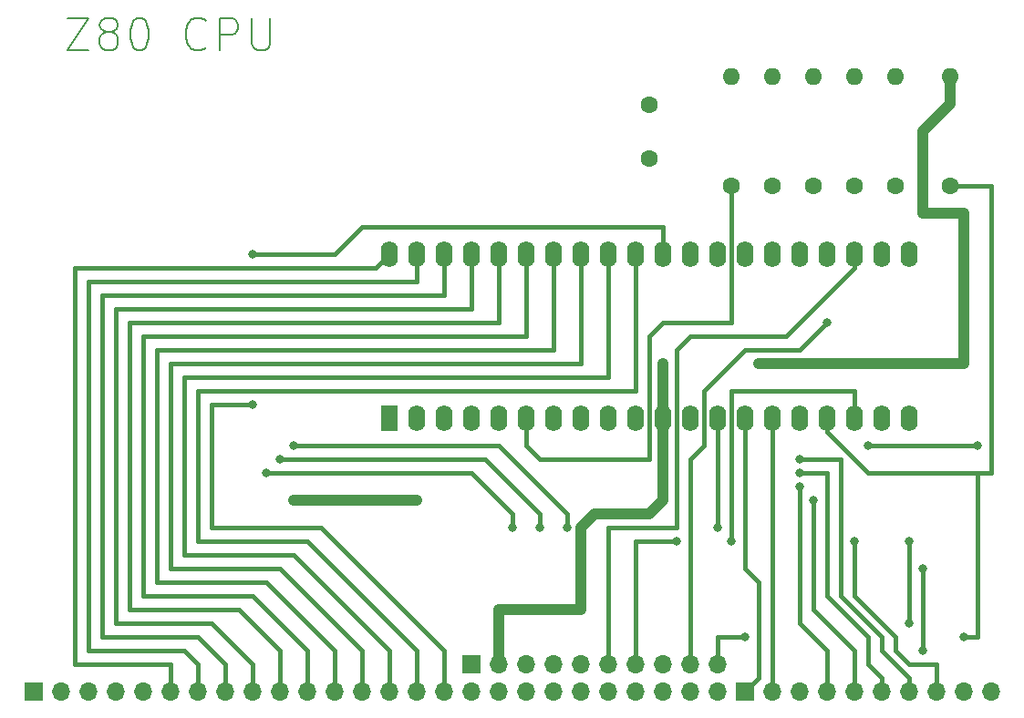
<source format=gbr>
%TF.GenerationSoftware,KiCad,Pcbnew,6.0.11+dfsg-1*%
%TF.CreationDate,2025-12-28T18:33:27+01:00*%
%TF.ProjectId,cpuz80,6370757a-3830-42e6-9b69-6361645f7063,rev?*%
%TF.SameCoordinates,Original*%
%TF.FileFunction,Copper,L1,Top*%
%TF.FilePolarity,Positive*%
%FSLAX46Y46*%
G04 Gerber Fmt 4.6, Leading zero omitted, Abs format (unit mm)*
G04 Created by KiCad (PCBNEW 6.0.11+dfsg-1) date 2025-12-28 18:33:27*
%MOMM*%
%LPD*%
G01*
G04 APERTURE LIST*
%ADD10C,0.200000*%
%TA.AperFunction,NonConductor*%
%ADD11C,0.200000*%
%TD*%
%TA.AperFunction,ComponentPad*%
%ADD12R,1.700000X1.700000*%
%TD*%
%TA.AperFunction,ComponentPad*%
%ADD13O,1.700000X1.700000*%
%TD*%
%TA.AperFunction,ComponentPad*%
%ADD14R,1.600000X2.400000*%
%TD*%
%TA.AperFunction,ComponentPad*%
%ADD15O,1.600000X2.400000*%
%TD*%
%TA.AperFunction,ComponentPad*%
%ADD16C,1.600000*%
%TD*%
%TA.AperFunction,ComponentPad*%
%ADD17O,1.600000X1.600000*%
%TD*%
%TA.AperFunction,ViaPad*%
%ADD18C,0.800000*%
%TD*%
%TA.AperFunction,ViaPad*%
%ADD19C,1.000000*%
%TD*%
%TA.AperFunction,Conductor*%
%ADD20C,0.400000*%
%TD*%
%TA.AperFunction,Conductor*%
%ADD21C,1.000000*%
%TD*%
G04 APERTURE END LIST*
D10*
D11*
X142828571Y-61857142D02*
X144828571Y-61857142D01*
X142828571Y-64857142D01*
X144828571Y-64857142D01*
X146400000Y-63142857D02*
X146114285Y-63000000D01*
X145971428Y-62857142D01*
X145828571Y-62571428D01*
X145828571Y-62428571D01*
X145971428Y-62142857D01*
X146114285Y-62000000D01*
X146400000Y-61857142D01*
X146971428Y-61857142D01*
X147257142Y-62000000D01*
X147400000Y-62142857D01*
X147542857Y-62428571D01*
X147542857Y-62571428D01*
X147400000Y-62857142D01*
X147257142Y-63000000D01*
X146971428Y-63142857D01*
X146400000Y-63142857D01*
X146114285Y-63285714D01*
X145971428Y-63428571D01*
X145828571Y-63714285D01*
X145828571Y-64285714D01*
X145971428Y-64571428D01*
X146114285Y-64714285D01*
X146400000Y-64857142D01*
X146971428Y-64857142D01*
X147257142Y-64714285D01*
X147400000Y-64571428D01*
X147542857Y-64285714D01*
X147542857Y-63714285D01*
X147400000Y-63428571D01*
X147257142Y-63285714D01*
X146971428Y-63142857D01*
X149400000Y-61857142D02*
X149685714Y-61857142D01*
X149971428Y-62000000D01*
X150114285Y-62142857D01*
X150257142Y-62428571D01*
X150400000Y-63000000D01*
X150400000Y-63714285D01*
X150257142Y-64285714D01*
X150114285Y-64571428D01*
X149971428Y-64714285D01*
X149685714Y-64857142D01*
X149400000Y-64857142D01*
X149114285Y-64714285D01*
X148971428Y-64571428D01*
X148828571Y-64285714D01*
X148685714Y-63714285D01*
X148685714Y-63000000D01*
X148828571Y-62428571D01*
X148971428Y-62142857D01*
X149114285Y-62000000D01*
X149400000Y-61857142D01*
X155685714Y-64571428D02*
X155542857Y-64714285D01*
X155114285Y-64857142D01*
X154828571Y-64857142D01*
X154400000Y-64714285D01*
X154114285Y-64428571D01*
X153971428Y-64142857D01*
X153828571Y-63571428D01*
X153828571Y-63142857D01*
X153971428Y-62571428D01*
X154114285Y-62285714D01*
X154400000Y-62000000D01*
X154828571Y-61857142D01*
X155114285Y-61857142D01*
X155542857Y-62000000D01*
X155685714Y-62142857D01*
X156971428Y-64857142D02*
X156971428Y-61857142D01*
X158114285Y-61857142D01*
X158400000Y-62000000D01*
X158542857Y-62142857D01*
X158685714Y-62428571D01*
X158685714Y-62857142D01*
X158542857Y-63142857D01*
X158400000Y-63285714D01*
X158114285Y-63428571D01*
X156971428Y-63428571D01*
X159971428Y-61857142D02*
X159971428Y-64285714D01*
X160114285Y-64571428D01*
X160257142Y-64714285D01*
X160542857Y-64857142D01*
X161114285Y-64857142D01*
X161400000Y-64714285D01*
X161542857Y-64571428D01*
X161685714Y-64285714D01*
X161685714Y-61857142D01*
D12*
%TO.P,REF\u002A\u002A,1*%
%TO.N,N/C*%
X180340000Y-121920000D03*
D13*
%TO.P,REF\u002A\u002A,2*%
X180340000Y-124460000D03*
%TO.P,REF\u002A\u002A,3*%
X182880000Y-121920000D03*
%TO.P,REF\u002A\u002A,4*%
X182880000Y-124460000D03*
%TO.P,REF\u002A\u002A,5*%
X185420000Y-121920000D03*
%TO.P,REF\u002A\u002A,6*%
X185420000Y-124460000D03*
%TO.P,REF\u002A\u002A,7*%
X187960000Y-121920000D03*
%TO.P,REF\u002A\u002A,8*%
X187960000Y-124460000D03*
%TO.P,REF\u002A\u002A,9*%
X190500000Y-121920000D03*
%TO.P,REF\u002A\u002A,10*%
X190500000Y-124460000D03*
%TO.P,REF\u002A\u002A,11*%
X193040000Y-121920000D03*
%TO.P,REF\u002A\u002A,12*%
X193040000Y-124460000D03*
%TO.P,REF\u002A\u002A,13*%
X195580000Y-121920000D03*
%TO.P,REF\u002A\u002A,14*%
X195580000Y-124460000D03*
%TO.P,REF\u002A\u002A,15*%
X198120000Y-121920000D03*
%TO.P,REF\u002A\u002A,16*%
X198120000Y-124460000D03*
%TO.P,REF\u002A\u002A,17*%
X200660000Y-121920000D03*
%TO.P,REF\u002A\u002A,18*%
X200660000Y-124460000D03*
%TO.P,REF\u002A\u002A,19*%
X203200000Y-121920000D03*
%TO.P,REF\u002A\u002A,20*%
X203200000Y-124460000D03*
%TD*%
D12*
%TO.P,REF\u002A\u002A,1*%
%TO.N,N/C*%
X205740000Y-124460000D03*
D13*
%TO.P,REF\u002A\u002A,2*%
X208280000Y-124460000D03*
%TO.P,REF\u002A\u002A,3*%
X210820000Y-124460000D03*
%TO.P,REF\u002A\u002A,4*%
X213360000Y-124460000D03*
%TO.P,REF\u002A\u002A,5*%
X215900000Y-124460000D03*
%TO.P,REF\u002A\u002A,6*%
X218440000Y-124460000D03*
%TO.P,REF\u002A\u002A,7*%
X220980000Y-124460000D03*
%TO.P,REF\u002A\u002A,8*%
X223520000Y-124460000D03*
%TO.P,REF\u002A\u002A,9*%
X226060000Y-124460000D03*
%TO.P,REF\u002A\u002A,10*%
X228600000Y-124460000D03*
%TD*%
D14*
%TO.P,REF\u002A\u002A,1*%
%TO.N,N/C*%
X172720000Y-99060000D03*
D15*
%TO.P,REF\u002A\u002A,2*%
X175260000Y-99060000D03*
%TO.P,REF\u002A\u002A,3*%
X177800000Y-99060000D03*
%TO.P,REF\u002A\u002A,4*%
X180340000Y-99060000D03*
%TO.P,REF\u002A\u002A,5*%
X182880000Y-99060000D03*
%TO.P,REF\u002A\u002A,6*%
X185420000Y-99060000D03*
%TO.P,REF\u002A\u002A,7*%
X187960000Y-99060000D03*
%TO.P,REF\u002A\u002A,8*%
X190500000Y-99060000D03*
%TO.P,REF\u002A\u002A,9*%
X193040000Y-99060000D03*
%TO.P,REF\u002A\u002A,10*%
X195580000Y-99060000D03*
%TO.P,REF\u002A\u002A,11*%
X198120000Y-99060000D03*
%TO.P,REF\u002A\u002A,12*%
X200660000Y-99060000D03*
%TO.P,REF\u002A\u002A,13*%
X203200000Y-99060000D03*
%TO.P,REF\u002A\u002A,14*%
X205740000Y-99060000D03*
%TO.P,REF\u002A\u002A,15*%
X208280000Y-99060000D03*
%TO.P,REF\u002A\u002A,16*%
X210820000Y-99060000D03*
%TO.P,REF\u002A\u002A,17*%
X213360000Y-99060000D03*
%TO.P,REF\u002A\u002A,18*%
X215900000Y-99060000D03*
%TO.P,REF\u002A\u002A,19*%
X218440000Y-99060000D03*
%TO.P,REF\u002A\u002A,20*%
X220980000Y-99060000D03*
%TO.P,REF\u002A\u002A,21*%
X220980000Y-83820000D03*
%TO.P,REF\u002A\u002A,22*%
X218440000Y-83820000D03*
%TO.P,REF\u002A\u002A,23*%
X215900000Y-83820000D03*
%TO.P,REF\u002A\u002A,24*%
X213360000Y-83820000D03*
%TO.P,REF\u002A\u002A,25*%
X210820000Y-83820000D03*
%TO.P,REF\u002A\u002A,26*%
X208280000Y-83820000D03*
%TO.P,REF\u002A\u002A,27*%
X205740000Y-83820000D03*
%TO.P,REF\u002A\u002A,28*%
X203200000Y-83820000D03*
%TO.P,REF\u002A\u002A,29*%
X200660000Y-83820000D03*
%TO.P,REF\u002A\u002A,30*%
X198120000Y-83820000D03*
%TO.P,REF\u002A\u002A,31*%
X195580000Y-83820000D03*
%TO.P,REF\u002A\u002A,32*%
X193040000Y-83820000D03*
%TO.P,REF\u002A\u002A,33*%
X190500000Y-83820000D03*
%TO.P,REF\u002A\u002A,34*%
X187960000Y-83820000D03*
%TO.P,REF\u002A\u002A,35*%
X185420000Y-83820000D03*
%TO.P,REF\u002A\u002A,36*%
X182880000Y-83820000D03*
%TO.P,REF\u002A\u002A,37*%
X180340000Y-83820000D03*
%TO.P,REF\u002A\u002A,38*%
X177800000Y-83820000D03*
%TO.P,REF\u002A\u002A,39*%
X175260000Y-83820000D03*
%TO.P,REF\u002A\u002A,40*%
X172720000Y-83820000D03*
%TD*%
D16*
%TO.P,100nF,1*%
%TO.N,N/C*%
X196850000Y-74930000D03*
%TO.P,100nF,2*%
X196850000Y-69930000D03*
%TD*%
%TO.P,10k,1*%
%TO.N,N/C*%
X208280000Y-77470000D03*
D17*
%TO.P,10k,2*%
X208280000Y-67310000D03*
%TD*%
D12*
%TO.P,REF\u002A\u002A,1*%
%TO.N,N/C*%
X139700000Y-124460000D03*
D13*
%TO.P,REF\u002A\u002A,2*%
X142240000Y-124460000D03*
%TO.P,REF\u002A\u002A,3*%
X144780000Y-124460000D03*
%TO.P,REF\u002A\u002A,4*%
X147320000Y-124460000D03*
%TO.P,REF\u002A\u002A,5*%
X149860000Y-124460000D03*
%TO.P,REF\u002A\u002A,6*%
X152400000Y-124460000D03*
%TO.P,REF\u002A\u002A,7*%
X154940000Y-124460000D03*
%TO.P,REF\u002A\u002A,8*%
X157480000Y-124460000D03*
%TO.P,REF\u002A\u002A,9*%
X160020000Y-124460000D03*
%TO.P,REF\u002A\u002A,10*%
X162560000Y-124460000D03*
%TO.P,REF\u002A\u002A,11*%
X165100000Y-124460000D03*
%TO.P,REF\u002A\u002A,12*%
X167640000Y-124460000D03*
%TO.P,REF\u002A\u002A,13*%
X170180000Y-124460000D03*
%TO.P,REF\u002A\u002A,14*%
X172720000Y-124460000D03*
%TO.P,REF\u002A\u002A,15*%
X175260000Y-124460000D03*
%TO.P,REF\u002A\u002A,16*%
X177800000Y-124460000D03*
%TD*%
D16*
%TO.P,10k,1*%
%TO.N,N/C*%
X215900000Y-77470000D03*
D17*
%TO.P,10k,2*%
X215900000Y-67310000D03*
%TD*%
D16*
%TO.P,10k,1*%
%TO.N,N/C*%
X219710000Y-77470000D03*
D17*
%TO.P,10k,2*%
X219710000Y-67310000D03*
%TD*%
D16*
%TO.P,10k,1*%
%TO.N,N/C*%
X204470000Y-77470000D03*
D17*
%TO.P,10k,2*%
X204470000Y-67310000D03*
%TD*%
D16*
%TO.P,10k,1*%
%TO.N,N/C*%
X212090000Y-77470000D03*
D17*
%TO.P,10k,2*%
X212090000Y-67310000D03*
%TD*%
D16*
%TO.P,10k,1*%
%TO.N,N/C*%
X224790000Y-77470000D03*
D17*
%TO.P,10k,2*%
X224790000Y-67310000D03*
%TD*%
D18*
%TO.N,*%
X186690000Y-109220000D03*
X203200000Y-109220000D03*
X222250000Y-120650000D03*
X160020000Y-83820000D03*
X199390000Y-110490000D03*
X205740000Y-119380000D03*
X160020000Y-97790000D03*
D19*
X207010000Y-93980000D03*
D18*
X210820000Y-105410000D03*
X226060000Y-119380000D03*
X222250000Y-113030000D03*
X204470000Y-110490000D03*
X220980000Y-118110000D03*
X213360000Y-90170000D03*
X163830000Y-101600000D03*
X212090000Y-106680000D03*
X220980000Y-110490000D03*
X210820000Y-102870000D03*
D19*
X198120000Y-93980000D03*
D18*
X217170000Y-101600000D03*
D19*
X175260000Y-106680000D03*
D18*
X189230000Y-109220000D03*
X184150000Y-109220000D03*
X215900000Y-110490000D03*
X210820000Y-104140000D03*
X161290000Y-104140000D03*
D19*
X163830000Y-106680000D03*
D18*
X162560000Y-102870000D03*
X227330000Y-101600000D03*
%TD*%
D20*
%TO.N,*%
X210820000Y-118110000D02*
X213360000Y-120650000D01*
D21*
X190500000Y-109220000D02*
X190500000Y-116840000D01*
D20*
X154940000Y-119380000D02*
X146050000Y-119380000D01*
X220980000Y-118110000D02*
X220980000Y-110490000D01*
X207010000Y-114300000D02*
X205740000Y-113030000D01*
X175260000Y-120650000D02*
X175260000Y-124460000D01*
X187960000Y-83820000D02*
X187960000Y-92710000D01*
D21*
X198120000Y-106680000D02*
X196850000Y-107950000D01*
D20*
X166370000Y-109220000D02*
X156210000Y-109220000D01*
X171450000Y-85090000D02*
X143510000Y-85090000D01*
X153670000Y-111760000D02*
X163830000Y-111760000D01*
X170180000Y-81280000D02*
X198120000Y-81280000D01*
X193040000Y-83820000D02*
X193040000Y-95250000D01*
D21*
X207010000Y-93980000D02*
X226060000Y-93980000D01*
D20*
X180340000Y-83820000D02*
X180340000Y-88900000D01*
X170180000Y-120650000D02*
X170180000Y-124460000D01*
X227330000Y-119380000D02*
X227330000Y-104140000D01*
X187960000Y-92710000D02*
X151130000Y-92710000D01*
D21*
X222250000Y-72390000D02*
X224790000Y-69850000D01*
D20*
X218440000Y-119380000D02*
X214630000Y-115570000D01*
X218440000Y-123190000D02*
X217170000Y-121920000D01*
X207010000Y-123190000D02*
X207010000Y-114300000D01*
X161290000Y-114300000D02*
X167640000Y-120650000D01*
X185420000Y-83820000D02*
X185420000Y-91440000D01*
X186690000Y-102870000D02*
X196850000Y-102870000D01*
X203200000Y-109220000D02*
X203200000Y-99060000D01*
D21*
X191770000Y-107950000D02*
X190500000Y-109220000D01*
D20*
X180340000Y-104140000D02*
X161290000Y-104140000D01*
X195580000Y-110490000D02*
X199390000Y-110490000D01*
X186690000Y-107950000D02*
X186690000Y-109220000D01*
X162560000Y-102870000D02*
X181610000Y-102870000D01*
X147320000Y-118110000D02*
X156210000Y-118110000D01*
X177800000Y-120650000D02*
X166370000Y-109220000D01*
X167640000Y-83820000D02*
X170180000Y-81280000D01*
X226060000Y-119380000D02*
X227330000Y-119380000D01*
D21*
X226060000Y-93980000D02*
X226060000Y-80010000D01*
D20*
X175260000Y-83820000D02*
X175260000Y-86360000D01*
D21*
X198120000Y-99060000D02*
X198120000Y-106680000D01*
X226060000Y-80010000D02*
X222250000Y-80010000D01*
D20*
X156210000Y-118110000D02*
X160020000Y-121920000D01*
X149860000Y-115570000D02*
X160020000Y-115570000D01*
X152400000Y-113030000D02*
X162560000Y-113030000D01*
X217170000Y-104140000D02*
X213360000Y-100330000D01*
X154940000Y-121920000D02*
X154940000Y-124460000D01*
X157480000Y-121920000D02*
X154940000Y-119380000D01*
X172720000Y-120650000D02*
X172720000Y-124460000D01*
X144780000Y-86360000D02*
X144780000Y-120650000D01*
X196850000Y-102870000D02*
X196850000Y-91440000D01*
X177800000Y-124460000D02*
X177800000Y-120650000D01*
X157480000Y-124460000D02*
X157480000Y-121920000D01*
X147320000Y-88900000D02*
X147320000Y-118110000D01*
X190500000Y-83820000D02*
X190500000Y-93980000D01*
X146050000Y-119380000D02*
X146050000Y-87630000D01*
X199390000Y-109220000D02*
X199390000Y-92710000D01*
X175260000Y-86360000D02*
X144780000Y-86360000D01*
X182880000Y-90170000D02*
X182880000Y-83820000D01*
X214630000Y-115570000D02*
X214630000Y-102870000D01*
X146050000Y-87630000D02*
X177800000Y-87630000D01*
X151130000Y-92710000D02*
X151130000Y-114300000D01*
X204470000Y-90170000D02*
X204470000Y-77470000D01*
X195580000Y-83820000D02*
X195580000Y-96520000D01*
X215900000Y-99060000D02*
X215900000Y-96520000D01*
X208280000Y-124460000D02*
X208280000Y-99060000D01*
X219710000Y-119380000D02*
X219710000Y-120650000D01*
X228600000Y-104140000D02*
X227330000Y-104140000D01*
X153670000Y-95250000D02*
X153670000Y-111760000D01*
X223520000Y-121920000D02*
X223520000Y-124460000D01*
X162560000Y-120650000D02*
X158750000Y-116840000D01*
X205740000Y-124460000D02*
X207010000Y-123190000D01*
D21*
X196850000Y-107950000D02*
X191770000Y-107950000D01*
D20*
X177800000Y-87630000D02*
X177800000Y-83820000D01*
X217170000Y-119380000D02*
X213360000Y-115570000D01*
X213360000Y-120650000D02*
X213360000Y-124460000D01*
D21*
X224790000Y-69850000D02*
X224790000Y-67310000D01*
D20*
X196850000Y-91440000D02*
X198120000Y-90170000D01*
X152400000Y-121920000D02*
X152400000Y-124460000D01*
X193040000Y-95250000D02*
X153670000Y-95250000D01*
X154940000Y-96520000D02*
X154940000Y-110490000D01*
X151130000Y-114300000D02*
X161290000Y-114300000D01*
X198120000Y-81280000D02*
X198120000Y-83820000D01*
X180340000Y-88900000D02*
X147320000Y-88900000D01*
X219710000Y-120650000D02*
X220980000Y-121920000D01*
X185420000Y-99060000D02*
X185420000Y-101600000D01*
X152400000Y-93980000D02*
X152400000Y-113030000D01*
X220980000Y-123190000D02*
X218440000Y-120650000D01*
X156210000Y-97790000D02*
X160020000Y-97790000D01*
X217170000Y-121920000D02*
X217170000Y-119380000D01*
X213360000Y-115570000D02*
X213360000Y-104140000D01*
X218440000Y-120650000D02*
X218440000Y-119380000D01*
X190500000Y-93980000D02*
X152400000Y-93980000D01*
X184150000Y-107950000D02*
X180340000Y-104140000D01*
X143510000Y-121920000D02*
X152400000Y-121920000D01*
X149860000Y-91440000D02*
X149860000Y-115570000D01*
X215900000Y-85090000D02*
X215900000Y-83820000D01*
X162560000Y-113030000D02*
X170180000Y-120650000D01*
X220980000Y-121920000D02*
X223520000Y-121920000D01*
X160020000Y-115570000D02*
X165100000Y-120650000D01*
X213360000Y-104140000D02*
X210820000Y-104140000D01*
X222250000Y-120650000D02*
X222250000Y-113030000D01*
X205740000Y-113030000D02*
X205740000Y-99060000D01*
D21*
X175260000Y-106680000D02*
X163830000Y-106680000D01*
D20*
X215900000Y-115570000D02*
X219710000Y-119380000D01*
X165100000Y-120650000D02*
X165100000Y-124460000D01*
X195580000Y-121920000D02*
X195580000Y-110490000D01*
X193040000Y-109220000D02*
X199390000Y-109220000D01*
X218440000Y-124460000D02*
X218440000Y-123190000D01*
D21*
X182880000Y-116840000D02*
X182880000Y-121920000D01*
D20*
X205740000Y-119380000D02*
X203200000Y-119380000D01*
X209550000Y-91440000D02*
X215900000Y-85090000D01*
X148590000Y-116840000D02*
X148590000Y-90170000D01*
X153670000Y-120650000D02*
X154940000Y-121920000D01*
X203200000Y-119380000D02*
X203200000Y-121920000D01*
X224790000Y-77470000D02*
X228600000Y-77470000D01*
X143510000Y-85090000D02*
X143510000Y-121920000D01*
X215900000Y-110490000D02*
X215900000Y-115570000D01*
X184150000Y-109220000D02*
X184150000Y-107950000D01*
X189230000Y-107950000D02*
X189230000Y-109220000D01*
X172720000Y-83820000D02*
X171450000Y-85090000D01*
X167640000Y-120650000D02*
X167640000Y-124460000D01*
X148590000Y-90170000D02*
X182880000Y-90170000D01*
X217170000Y-101600000D02*
X227330000Y-101600000D01*
X144780000Y-120650000D02*
X153670000Y-120650000D01*
X200660000Y-91440000D02*
X209550000Y-91440000D01*
X200660000Y-102870000D02*
X200660000Y-121920000D01*
X165100000Y-110490000D02*
X175260000Y-120650000D01*
X181610000Y-102870000D02*
X186690000Y-107950000D01*
X228600000Y-77470000D02*
X228600000Y-104140000D01*
X160020000Y-121920000D02*
X160020000Y-124460000D01*
X214630000Y-102870000D02*
X210820000Y-102870000D01*
X210820000Y-105410000D02*
X210820000Y-118110000D01*
D21*
X198120000Y-99060000D02*
X198120000Y-93980000D01*
D20*
X227330000Y-104140000D02*
X217170000Y-104140000D01*
D21*
X190500000Y-116840000D02*
X182880000Y-116840000D01*
D20*
X193040000Y-121920000D02*
X193040000Y-109220000D01*
X162560000Y-124460000D02*
X162560000Y-120650000D01*
X158750000Y-116840000D02*
X148590000Y-116840000D01*
X182880000Y-101600000D02*
X189230000Y-107950000D01*
X204470000Y-96520000D02*
X204470000Y-110490000D01*
X163830000Y-111760000D02*
X172720000Y-120650000D01*
X205740000Y-92710000D02*
X201930000Y-96520000D01*
X212090000Y-116840000D02*
X215900000Y-120650000D01*
X220980000Y-124460000D02*
X220980000Y-123190000D01*
X215900000Y-120650000D02*
X215900000Y-124460000D01*
X210820000Y-92710000D02*
X205740000Y-92710000D01*
X163830000Y-101600000D02*
X182880000Y-101600000D01*
X201930000Y-101600000D02*
X200660000Y-102870000D01*
X185420000Y-91440000D02*
X149860000Y-91440000D01*
X212090000Y-106680000D02*
X212090000Y-116840000D01*
X199390000Y-92710000D02*
X200660000Y-91440000D01*
D21*
X222250000Y-80010000D02*
X222250000Y-72390000D01*
D20*
X195580000Y-96520000D02*
X154940000Y-96520000D01*
X156210000Y-109220000D02*
X156210000Y-97790000D01*
X154940000Y-110490000D02*
X165100000Y-110490000D01*
X213360000Y-90170000D02*
X210820000Y-92710000D01*
X201930000Y-96520000D02*
X201930000Y-101600000D01*
X185420000Y-101600000D02*
X186690000Y-102870000D01*
X198120000Y-90170000D02*
X204470000Y-90170000D01*
X160020000Y-83820000D02*
X167640000Y-83820000D01*
X215900000Y-96520000D02*
X204470000Y-96520000D01*
X213360000Y-100330000D02*
X213360000Y-99060000D01*
%TD*%
M02*

</source>
